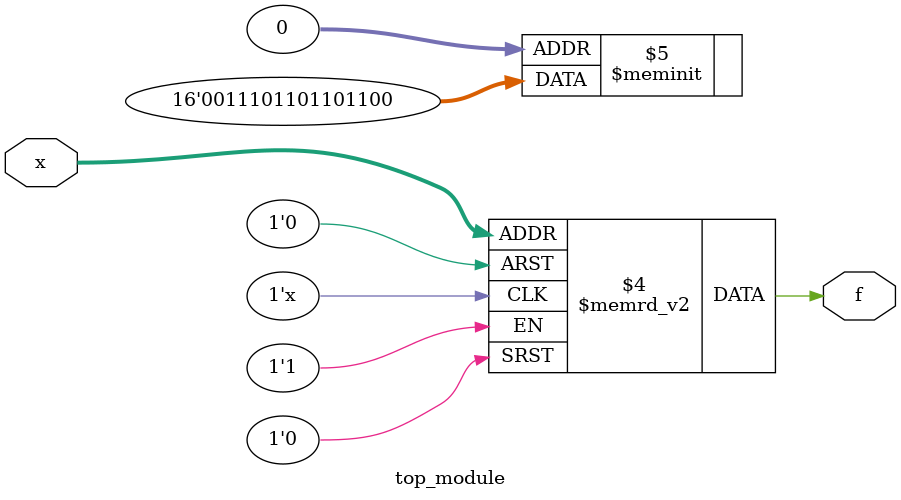
<source format=sv>
module top_module (
    input [4:1] x,
    output logic f
);

    always @(*) begin
        case (x)
            4'b0000: f = 1'b0;
            4'b0001: f = 1'b0;
            4'b0010: f = 1'b1;  // choose to output 1 for don't-care
            4'b0011: f = 1'b1;  // choose to output 1 for don't-care
            4'b0100: f = 1'b0;
            4'b0101: f = 1'b1;  // choose to output 1 for don't-care
            4'b0110: f = 1'b1;
            4'b0111: f = 1'b0;
            4'b1000: f = 1'b1;
            4'b1001: f = 1'b1;
            4'b1010: f = 1'b0;
            4'b1011: f = 1'b1;  // choose to output 1 for don't-care
            4'b1100: f = 1'b1;
            4'b1101: f = 1'b1;
            4'b1110: f = 1'b0;  // choose to output 0 for don't-care
            4'b1111: f = 1'b0;  // choose to output 0 for don't-care
            default: f = 1'b0;
        endcase
    end

endmodule

</source>
